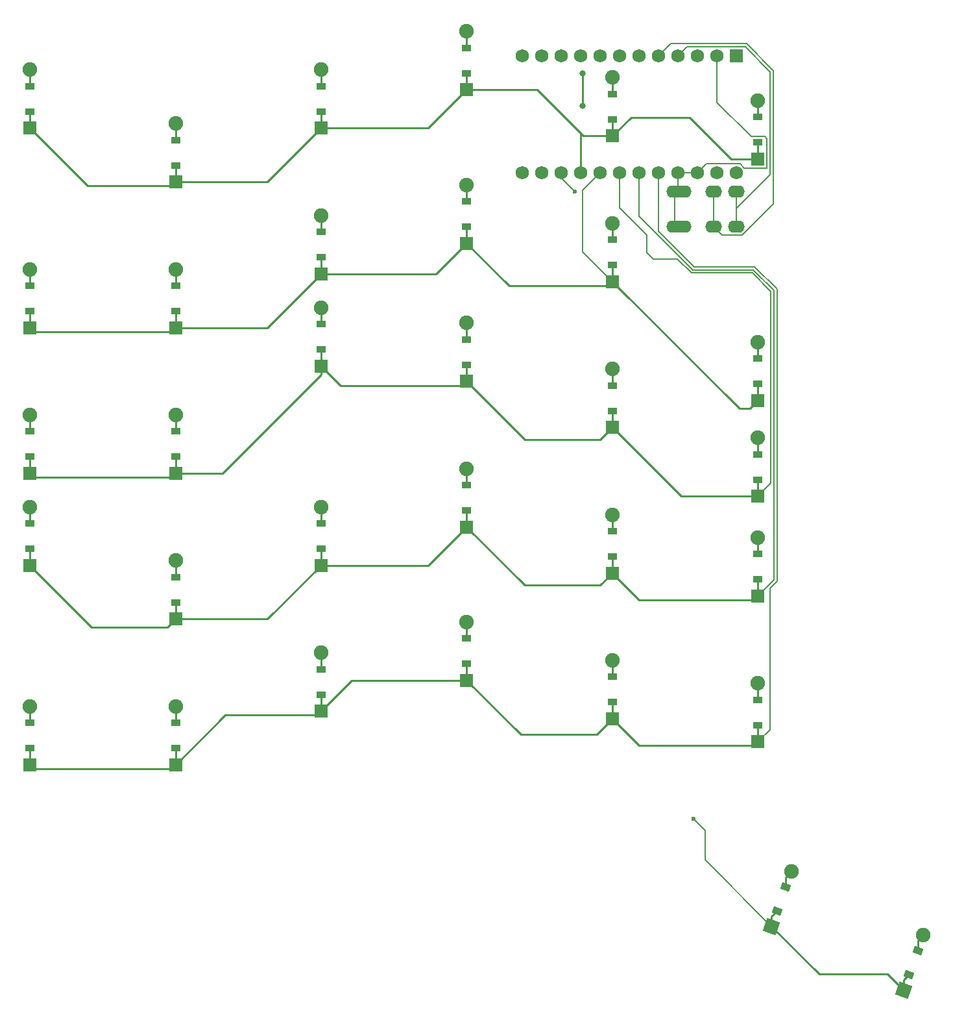
<source format=gtl>
%TF.GenerationSoftware,KiCad,Pcbnew,9.0.6*%
%TF.CreationDate,2025-11-12T16:56:55+01:00*%
%TF.ProjectId,left_finished,6c656674-5f66-4696-9e69-736865642e6b,1*%
%TF.SameCoordinates,Original*%
%TF.FileFunction,Copper,L1,Top*%
%TF.FilePolarity,Positive*%
%FSLAX46Y46*%
G04 Gerber Fmt 4.6, Leading zero omitted, Abs format (unit mm)*
G04 Created by KiCad (PCBNEW 9.0.6) date 2025-11-12 16:56:55*
%MOMM*%
%LPD*%
G01*
G04 APERTURE LIST*
G04 Aperture macros list*
%AMRotRect*
0 Rectangle, with rotation*
0 The origin of the aperture is its center*
0 $1 length*
0 $2 width*
0 $3 Rotation angle, in degrees counterclockwise*
0 Add horizontal line*
21,1,$1,$2,0,0,$3*%
G04 Aperture macros list end*
%TA.AperFunction,ComponentPad*%
%ADD10R,1.778000X1.778000*%
%TD*%
%TA.AperFunction,SMDPad,CuDef*%
%ADD11R,1.200000X0.900000*%
%TD*%
%TA.AperFunction,ComponentPad*%
%ADD12C,1.905000*%
%TD*%
%TA.AperFunction,ComponentPad*%
%ADD13RotRect,1.778000X1.778000X70.000000*%
%TD*%
%TA.AperFunction,SMDPad,CuDef*%
%ADD14RotRect,0.900000X1.200000X70.000000*%
%TD*%
%TA.AperFunction,ComponentPad*%
%ADD15O,2.200000X1.600000*%
%TD*%
%TA.AperFunction,ComponentPad*%
%ADD16R,1.752600X1.752600*%
%TD*%
%TA.AperFunction,ComponentPad*%
%ADD17C,1.752600*%
%TD*%
%TA.AperFunction,ViaPad*%
%ADD18C,0.800000*%
%TD*%
%TA.AperFunction,ViaPad*%
%ADD19C,0.600000*%
%TD*%
%TA.AperFunction,Conductor*%
%ADD20C,0.250000*%
%TD*%
%TA.AperFunction,Conductor*%
%ADD21C,0.200000*%
%TD*%
G04 APERTURE END LIST*
D10*
%TO.P,D18,1*%
%TO.N,P4*%
X242412050Y-147442250D03*
D11*
X242412050Y-145282250D03*
%TO.P,D18,2*%
%TO.N,fifth_home*%
X242412050Y-141982250D03*
D12*
X242412050Y-139822250D03*
%TD*%
D10*
%TO.P,D1,1*%
%TO.N,P2*%
X166412050Y-191442250D03*
D11*
X166412050Y-189282250D03*
%TO.P,D1,2*%
%TO.N,first_mod*%
X166412050Y-185982250D03*
D12*
X166412050Y-183822250D03*
%TD*%
D10*
%TO.P,D11,1*%
%TO.N,P5*%
X204412050Y-127442250D03*
D11*
X204412050Y-125282250D03*
%TO.P,D11,2*%
%TO.N,third_top*%
X204412050Y-121982250D03*
D12*
X204412050Y-119822250D03*
%TD*%
D10*
%TO.P,D24,1*%
%TO.N,P5*%
X261412050Y-143942250D03*
D11*
X261412050Y-141782250D03*
%TO.P,D24,2*%
%TO.N,sixth_top*%
X261412050Y-138482250D03*
D12*
X261412050Y-136322250D03*
%TD*%
D10*
%TO.P,D16,1*%
%TO.N,P2*%
X242412050Y-185442250D03*
D11*
X242412050Y-183282250D03*
%TO.P,D16,2*%
%TO.N,fifth_mod*%
X242412050Y-179982250D03*
D12*
X242412050Y-177822250D03*
%TD*%
D10*
%TO.P,D25,1*%
%TO.N,P4*%
X261412050Y-156442250D03*
D11*
X261412050Y-154282250D03*
%TO.P,D25,2*%
%TO.N,sixth_home*%
X261412050Y-150982250D03*
D12*
X261412050Y-148822250D03*
%TD*%
D10*
%TO.P,D6,1*%
%TO.N,P4*%
X185412050Y-153442250D03*
D11*
X185412050Y-151282250D03*
%TO.P,D6,2*%
%TO.N,second_home*%
X185412050Y-147982250D03*
D12*
X185412050Y-145822250D03*
%TD*%
D10*
%TO.P,D14,1*%
%TO.N,P4*%
X223412050Y-141442250D03*
D11*
X223412050Y-139282250D03*
%TO.P,D14,2*%
%TO.N,fourth_home*%
X223412050Y-135982250D03*
D12*
X223412050Y-133822250D03*
%TD*%
D10*
%TO.P,D13,1*%
%TO.N,P3*%
X223412050Y-160442250D03*
D11*
X223412050Y-158282250D03*
%TO.P,D13,2*%
%TO.N,fourth_bottom*%
X223412050Y-154982250D03*
D12*
X223412050Y-152822250D03*
%TD*%
D10*
%TO.P,D3,1*%
%TO.N,P5*%
X166412050Y-134442250D03*
D11*
X166412050Y-132282250D03*
%TO.P,D3,2*%
%TO.N,first_top*%
X166412050Y-128982250D03*
D12*
X166412050Y-126822250D03*
%TD*%
D10*
%TO.P,D20,1*%
%TO.N,P6*%
X242412050Y-109442250D03*
D11*
X242412050Y-107282250D03*
%TO.P,D20,2*%
%TO.N,fifth_num*%
X242412050Y-103982250D03*
D12*
X242412050Y-101822250D03*
%TD*%
D10*
%TO.P,D28,1*%
%TO.N,P4*%
X204412050Y-139442250D03*
D11*
X204412050Y-137282250D03*
%TO.P,D28,2*%
%TO.N,third_home*%
X204412050Y-133982250D03*
D12*
X204412050Y-131822250D03*
%TD*%
D10*
%TO.P,D10,1*%
%TO.N,P3*%
X204412050Y-165442250D03*
D11*
X204412050Y-163282250D03*
%TO.P,D10,2*%
%TO.N,third_bottom*%
X204412050Y-159982250D03*
D12*
X204412050Y-157822250D03*
%TD*%
D10*
%TO.P,D8,1*%
%TO.N,P6*%
X185412050Y-115442250D03*
D11*
X185412050Y-113282250D03*
%TO.P,D8,2*%
%TO.N,second_num*%
X185412050Y-109982250D03*
D12*
X185412050Y-107822250D03*
%TD*%
D13*
%TO.P,D31,1*%
%TO.N,P7*%
X263191485Y-212519160D03*
D14*
X263930249Y-210489424D03*
%TO.P,D31,2*%
%TO.N,t1_thumb*%
X265058915Y-207388438D03*
D12*
X265797679Y-205358702D03*
%TD*%
D10*
%TO.P,D23,1*%
%TO.N,P6*%
X261412050Y-112442250D03*
D11*
X261412050Y-110282250D03*
%TO.P,D23,2*%
%TO.N,sixth_num*%
X261412050Y-106982250D03*
D12*
X261412050Y-104822250D03*
%TD*%
D10*
%TO.P,D30,1*%
%TO.N,P5*%
X223412050Y-123442250D03*
D11*
X223412050Y-121282250D03*
%TO.P,D30,2*%
%TO.N,fourth_top*%
X223412050Y-117982250D03*
D12*
X223412050Y-115822250D03*
%TD*%
D13*
%TO.P,D32,1*%
%TO.N,P7*%
X280395806Y-220802959D03*
D14*
X281134570Y-218773223D03*
%TO.P,D32,2*%
%TO.N,t2_thumb*%
X282263236Y-215672237D03*
D12*
X283002000Y-213642501D03*
%TD*%
D10*
%TO.P,D7,1*%
%TO.N,P5*%
X185412050Y-134442250D03*
D11*
X185412050Y-132282250D03*
%TO.P,D7,2*%
%TO.N,second_top*%
X185412050Y-128982250D03*
D12*
X185412050Y-126822250D03*
%TD*%
D10*
%TO.P,D21,1*%
%TO.N,P2*%
X261412050Y-188442250D03*
D11*
X261412050Y-186282250D03*
%TO.P,D21,2*%
%TO.N,sixth_mod*%
X261412050Y-182982250D03*
D12*
X261412050Y-180822250D03*
%TD*%
D10*
%TO.P,D27,1*%
%TO.N,P6*%
X166412050Y-108442250D03*
D11*
X166412050Y-106282250D03*
%TO.P,D27,2*%
%TO.N,first_num*%
X166412050Y-102982250D03*
D12*
X166412050Y-100822250D03*
%TD*%
D10*
%TO.P,D17,1*%
%TO.N,P3*%
X242412050Y-166442250D03*
D11*
X242412050Y-164282250D03*
%TO.P,D17,2*%
%TO.N,fifth_bottom*%
X242412050Y-160982250D03*
D12*
X242412050Y-158822250D03*
%TD*%
D10*
%TO.P,D22,1*%
%TO.N,P3*%
X261412050Y-169442250D03*
D11*
X261412050Y-167282250D03*
%TO.P,D22,2*%
%TO.N,sixth_bottom*%
X261412050Y-163982250D03*
D12*
X261412050Y-161822250D03*
%TD*%
D10*
%TO.P,D9,1*%
%TO.N,P2*%
X204412050Y-184442250D03*
D11*
X204412050Y-182282250D03*
%TO.P,D9,2*%
%TO.N,third_mod*%
X204412050Y-178982250D03*
D12*
X204412050Y-176822250D03*
%TD*%
D10*
%TO.P,D29,1*%
%TO.N,P2*%
X223412050Y-180442250D03*
D11*
X223412050Y-178282250D03*
%TO.P,D29,2*%
%TO.N,fourth_mod*%
X223412050Y-174982250D03*
D12*
X223412050Y-172822250D03*
%TD*%
D10*
%TO.P,D12,1*%
%TO.N,P6*%
X204412050Y-108442250D03*
D11*
X204412050Y-106282250D03*
%TO.P,D12,2*%
%TO.N,third_num*%
X204412050Y-102982250D03*
D12*
X204412050Y-100822250D03*
%TD*%
D10*
%TO.P,D19,1*%
%TO.N,P5*%
X242412050Y-128442250D03*
D11*
X242412050Y-126282250D03*
%TO.P,D19,2*%
%TO.N,fifth_top*%
X242412050Y-122982250D03*
D12*
X242412050Y-120822250D03*
%TD*%
D15*
%TO.P,TRRS1,1*%
%TO.N,GND*%
X250512050Y-116682250D03*
X250512050Y-121282250D03*
%TO.P,TRRS1,2*%
X251612050Y-116682250D03*
X251612050Y-121282250D03*
%TO.P,TRRS1,3*%
%TO.N,P21*%
X255612050Y-116682250D03*
X255612050Y-121282250D03*
%TO.P,TRRS1,4*%
%TO.N,VCC*%
X258612050Y-116682250D03*
X258612050Y-121282250D03*
%TD*%
D10*
%TO.P,D5,1*%
%TO.N,P3*%
X185412050Y-172442250D03*
D11*
X185412050Y-170282250D03*
%TO.P,D5,2*%
%TO.N,second_bottom*%
X185412050Y-166982250D03*
D12*
X185412050Y-164822250D03*
%TD*%
D10*
%TO.P,D26,1*%
%TO.N,P3*%
X166412050Y-165442250D03*
D11*
X166412050Y-163282250D03*
%TO.P,D26,2*%
%TO.N,first_bottom*%
X166412050Y-159982250D03*
D12*
X166412050Y-157822250D03*
%TD*%
D10*
%TO.P,D2,1*%
%TO.N,P4*%
X166412050Y-153442250D03*
D11*
X166412050Y-151282250D03*
%TO.P,D2,2*%
%TO.N,first_home*%
X166412050Y-147982250D03*
D12*
X166412050Y-145822250D03*
%TD*%
D16*
%TO.P,MCU1,1*%
%TO.N,RAW*%
X258582050Y-99012250D03*
D17*
%TO.P,MCU1,2*%
%TO.N,GND*%
X256042050Y-99012250D03*
%TO.P,MCU1,3*%
%TO.N,RST*%
X253502050Y-99012250D03*
%TO.P,MCU1,4*%
%TO.N,VCC*%
X250962050Y-99012250D03*
%TO.P,MCU1,5*%
%TO.N,P21*%
X248422050Y-99012250D03*
%TO.P,MCU1,6*%
%TO.N,P20*%
X245882050Y-99012250D03*
%TO.P,MCU1,7*%
%TO.N,P19*%
X243342050Y-99012250D03*
%TO.P,MCU1,8*%
%TO.N,P18*%
X240802050Y-99012250D03*
%TO.P,MCU1,9*%
%TO.N,P15*%
X238262050Y-99012250D03*
%TO.P,MCU1,10*%
%TO.N,P14*%
X235722050Y-99012250D03*
%TO.P,MCU1,11*%
%TO.N,P16*%
X233182050Y-99012250D03*
%TO.P,MCU1,12*%
%TO.N,P10*%
X230642050Y-99012250D03*
%TO.P,MCU1,13*%
%TO.N,P1*%
X258582050Y-114252250D03*
%TO.P,MCU1,14*%
%TO.N,P0*%
X256042050Y-114252250D03*
%TO.P,MCU1,15*%
%TO.N,GND*%
X253502050Y-114252250D03*
%TO.P,MCU1,16*%
X250962050Y-114252250D03*
%TO.P,MCU1,17*%
%TO.N,P2*%
X248422050Y-114252250D03*
%TO.P,MCU1,18*%
%TO.N,P3*%
X245882050Y-114252250D03*
%TO.P,MCU1,19*%
%TO.N,P4*%
X243342050Y-114252250D03*
%TO.P,MCU1,20*%
%TO.N,P5*%
X240802050Y-114252250D03*
%TO.P,MCU1,21*%
%TO.N,P6*%
X238262050Y-114252250D03*
%TO.P,MCU1,22*%
%TO.N,P7*%
X235722050Y-114252250D03*
%TO.P,MCU1,23*%
%TO.N,P8*%
X233182050Y-114252250D03*
%TO.P,MCU1,24*%
%TO.N,P9*%
X230642050Y-114252250D03*
%TD*%
D10*
%TO.P,D15,1*%
%TO.N,P6*%
X223412050Y-103442250D03*
D11*
X223412050Y-101282250D03*
%TO.P,D15,2*%
%TO.N,fourth_num*%
X223412050Y-97982250D03*
D12*
X223412050Y-95822250D03*
%TD*%
D10*
%TO.P,D4,1*%
%TO.N,P2*%
X185412050Y-191442250D03*
D11*
X185412050Y-189282250D03*
%TO.P,D4,2*%
%TO.N,second_mod*%
X185412050Y-185982250D03*
D12*
X185412050Y-183822250D03*
%TD*%
D18*
%TO.N,P18*%
X238500000Y-105500000D03*
X238500000Y-101314300D03*
D19*
%TO.N,P7*%
X237500000Y-116722050D03*
X253000000Y-198500000D03*
%TD*%
D20*
%TO.N,first_mod*%
X166412050Y-183822250D02*
X166412050Y-185982250D01*
%TO.N,first_bottom*%
X166412050Y-159982250D02*
X166412050Y-157822250D01*
%TO.N,first_home*%
X166412050Y-145822250D02*
X166412050Y-147982250D01*
%TO.N,first_top*%
X166412050Y-128982250D02*
X166412050Y-126822250D01*
%TO.N,first_num*%
X166412050Y-100822250D02*
X166412050Y-102982250D01*
%TO.N,second_mod*%
X185412050Y-183822250D02*
X185412050Y-185982250D01*
%TO.N,second_bottom*%
X185412050Y-166982250D02*
X185412050Y-164822250D01*
%TO.N,second_home*%
X185412050Y-147982250D02*
X185412050Y-145822250D01*
%TO.N,second_top*%
X185412050Y-126822250D02*
X185412050Y-128982250D01*
%TO.N,second_num*%
X185412050Y-107822250D02*
X185412050Y-109982250D01*
%TO.N,third_mod*%
X204412050Y-176822250D02*
X204412050Y-178982250D01*
%TO.N,third_bottom*%
X204412050Y-157822250D02*
X204412050Y-159982250D01*
%TO.N,third_home*%
X204412050Y-133982250D02*
X204412050Y-131822250D01*
%TO.N,third_top*%
X204412050Y-121982250D02*
X204412050Y-119822250D01*
%TO.N,third_num*%
X204412050Y-100822250D02*
X204412050Y-102982250D01*
%TO.N,fourth_mod*%
X223412050Y-174982250D02*
X223412050Y-172822250D01*
%TO.N,fourth_bottom*%
X223412050Y-154982250D02*
X223412050Y-152822250D01*
%TO.N,fourth_home*%
X223412050Y-135982250D02*
X223412050Y-133822250D01*
%TO.N,fourth_top*%
X223412050Y-117982250D02*
X223412050Y-115822250D01*
%TO.N,fourth_num*%
X223412050Y-97982250D02*
X223412050Y-95822250D01*
%TO.N,P18*%
X238500000Y-101314300D02*
X238500000Y-105500000D01*
%TO.N,fifth_mod*%
X242412050Y-177822250D02*
X242412050Y-179982250D01*
%TO.N,fifth_bottom*%
X242412050Y-160982250D02*
X242412050Y-158822250D01*
%TO.N,fifth_home*%
X242412050Y-139822250D02*
X242412050Y-141982250D01*
%TO.N,fifth_top*%
X242412050Y-122982250D02*
X242412050Y-120822250D01*
%TO.N,fifth_num*%
X242412050Y-101822250D02*
X242412050Y-103982250D01*
%TO.N,sixth_mod*%
X261412050Y-182982250D02*
X261412050Y-180822250D01*
%TO.N,sixth_bottom*%
X261412050Y-161822250D02*
X261412050Y-163982250D01*
%TO.N,sixth_home*%
X261412050Y-150982250D02*
X261412050Y-148822250D01*
%TO.N,sixth_top*%
X261412050Y-136322250D02*
X261412050Y-138482250D01*
%TO.N,sixth_num*%
X261412050Y-104822250D02*
X261412050Y-106982250D01*
%TO.N,t1_thumb*%
X265058915Y-206097466D02*
X265797679Y-205358702D01*
X265058915Y-207388438D02*
X265058915Y-206097466D01*
%TO.N,t2_thumb*%
X282263236Y-215672237D02*
X282263236Y-214381265D01*
X282263236Y-214381265D02*
X283002000Y-213642501D01*
%TO.N,P2*%
X223412050Y-180442250D02*
X230469800Y-187500000D01*
D21*
X261000000Y-126500000D02*
X263901000Y-129401000D01*
D20*
X223412050Y-180442250D02*
X223412050Y-178282250D01*
X184896050Y-191958250D02*
X185412050Y-191442250D01*
X185412050Y-191442250D02*
X191896050Y-184958250D01*
X204412050Y-184442250D02*
X204412050Y-182282250D01*
X166928050Y-191958250D02*
X184896050Y-191958250D01*
D21*
X248422050Y-114252250D02*
X248422050Y-121863308D01*
X263901000Y-129401000D02*
X263901000Y-167520400D01*
X248422050Y-121863308D02*
X253058742Y-126500000D01*
D20*
X166412050Y-189282250D02*
X166412050Y-191442250D01*
X191896050Y-184958250D02*
X203896050Y-184958250D01*
X203896050Y-184958250D02*
X204412050Y-184442250D01*
D21*
X253058742Y-126500000D02*
X261000000Y-126500000D01*
X263000000Y-186854300D02*
X261412050Y-188442250D01*
D20*
X245928050Y-188958250D02*
X260896050Y-188958250D01*
X242412050Y-185442250D02*
X242412050Y-183282250D01*
X261412050Y-188442250D02*
X261412050Y-186282250D01*
X185412050Y-189282250D02*
X185412050Y-191442250D01*
X223412050Y-180442250D02*
X208412050Y-180442250D01*
X230469800Y-187500000D02*
X240354300Y-187500000D01*
X166412050Y-191442250D02*
X166928050Y-191958250D01*
X208412050Y-180442250D02*
X204412050Y-184442250D01*
X242412050Y-185442250D02*
X245928050Y-188958250D01*
D21*
X263000000Y-168421400D02*
X263000000Y-186854300D01*
D20*
X260896050Y-188958250D02*
X261412050Y-188442250D01*
D21*
X263901000Y-167520400D02*
X263000000Y-168421400D01*
D20*
X240354300Y-187500000D02*
X242412050Y-185442250D01*
D21*
%TO.N,P4*%
X246910150Y-122410150D02*
X246910150Y-124630093D01*
D20*
X191551050Y-153442250D02*
X204412050Y-140581250D01*
X261412050Y-156442250D02*
X261412050Y-154282250D01*
X206969800Y-142000000D02*
X222854300Y-142000000D01*
X242412050Y-147442250D02*
X251412050Y-156442250D01*
X204412050Y-139442250D02*
X204412050Y-137282250D01*
D21*
X263099000Y-154755300D02*
X261412050Y-156442250D01*
D20*
X242412050Y-147442250D02*
X242412050Y-145282250D01*
D21*
X243342050Y-118842050D02*
X246910150Y-122410150D01*
X263099000Y-129733200D02*
X263099000Y-154755300D01*
D20*
X185412050Y-153442250D02*
X185412050Y-151282250D01*
X251412050Y-156442250D02*
X261412050Y-156442250D01*
X222854300Y-142000000D02*
X223412050Y-141442250D01*
X166412050Y-151282250D02*
X166412050Y-153442250D01*
X166412050Y-153442250D02*
X166928050Y-153958250D01*
X223412050Y-141442250D02*
X230969800Y-149000000D01*
D21*
X243342050Y-114252250D02*
X243342050Y-118842050D01*
X246910150Y-124630093D02*
X247780057Y-125500000D01*
D20*
X166928050Y-153958250D02*
X184896050Y-153958250D01*
D21*
X260667800Y-127302000D02*
X263099000Y-129733200D01*
D20*
X240854300Y-149000000D02*
X242412050Y-147442250D01*
X204412050Y-139442250D02*
X206969800Y-142000000D01*
D21*
X247780057Y-125500000D02*
X250924542Y-125500000D01*
D20*
X223412050Y-141442250D02*
X223412050Y-139282250D01*
X204412050Y-140581250D02*
X204412050Y-139442250D01*
D21*
X252726542Y-127302000D02*
X260667800Y-127302000D01*
D20*
X185412050Y-153442250D02*
X191551050Y-153442250D01*
X230969800Y-149000000D02*
X240854300Y-149000000D01*
X184896050Y-153958250D02*
X185412050Y-153442250D01*
D21*
X250924542Y-125500000D02*
X252726542Y-127302000D01*
D20*
%TO.N,P5*%
X242412050Y-128442250D02*
X242412050Y-126282250D01*
X185412050Y-134442250D02*
X185412050Y-132282250D01*
X204412050Y-127442250D02*
X204412050Y-125282250D01*
X166928050Y-134958250D02*
X184896050Y-134958250D01*
X228928050Y-128958250D02*
X223412050Y-123442250D01*
X260354300Y-145000000D02*
X261412050Y-143942250D01*
X219412050Y-127442250D02*
X223412050Y-123442250D01*
X166412050Y-134442250D02*
X166928050Y-134958250D01*
X242442250Y-128442250D02*
X259000000Y-145000000D01*
X261412050Y-143942250D02*
X261412050Y-141782250D01*
X242412050Y-128442250D02*
X242442250Y-128442250D01*
X204412050Y-127442250D02*
X219412050Y-127442250D01*
X184896050Y-134958250D02*
X185412050Y-134442250D01*
X242412050Y-128442250D02*
X241896050Y-128958250D01*
X259000000Y-145000000D02*
X260354300Y-145000000D01*
X166412050Y-134442250D02*
X166412050Y-132282250D01*
X197412050Y-134442250D02*
X204412050Y-127442250D01*
D21*
X238500000Y-116554300D02*
X238500000Y-124530200D01*
D20*
X185412050Y-134442250D02*
X197412050Y-134442250D01*
X241896050Y-128958250D02*
X228928050Y-128958250D01*
X223412050Y-123442250D02*
X223412050Y-121282250D01*
D21*
X240802050Y-114252250D02*
X238500000Y-116554300D01*
X238500000Y-124530200D02*
X242412050Y-128442250D01*
D20*
%TO.N,P3*%
X166412050Y-165442250D02*
X166412050Y-163282250D01*
D21*
X263500000Y-129567100D02*
X263500000Y-167354300D01*
X260833900Y-126901000D02*
X263500000Y-129567100D01*
D20*
X204412050Y-163282250D02*
X204412050Y-165442250D01*
D21*
X245882050Y-119890408D02*
X252892642Y-126901000D01*
D20*
X174469800Y-173500000D02*
X184354300Y-173500000D01*
X230969800Y-168000000D02*
X240854300Y-168000000D01*
D21*
X263500000Y-167354300D02*
X261412050Y-169442250D01*
D20*
X218412050Y-165442250D02*
X223412050Y-160442250D01*
X197412050Y-172442250D02*
X204412050Y-165442250D01*
X223412050Y-160442250D02*
X230969800Y-168000000D01*
D21*
X245882050Y-114252250D02*
X245882050Y-119890408D01*
X252892642Y-126901000D02*
X260833900Y-126901000D01*
D20*
X260896050Y-169958250D02*
X261412050Y-169442250D01*
X184354300Y-173500000D02*
X185412050Y-172442250D01*
X245928050Y-169958250D02*
X260896050Y-169958250D01*
X242412050Y-166442250D02*
X245928050Y-169958250D01*
X261412050Y-169442250D02*
X261412050Y-167282250D01*
X204412050Y-165442250D02*
X218412050Y-165442250D01*
X223412050Y-160442250D02*
X223412050Y-158282250D01*
X242412050Y-166442250D02*
X242412050Y-164282250D01*
X166412050Y-165442250D02*
X174469800Y-173500000D01*
X240854300Y-168000000D02*
X242412050Y-166442250D01*
X185412050Y-172442250D02*
X185412050Y-170282250D01*
X185412050Y-172442250D02*
X197412050Y-172442250D01*
%TO.N,P6*%
X252506250Y-107006250D02*
X257942250Y-112442250D01*
X238625115Y-109442250D02*
X242412050Y-109442250D01*
X238262050Y-109079185D02*
X238262050Y-114252250D01*
X242412050Y-109442250D02*
X244848050Y-107006250D01*
X232625115Y-103442250D02*
X238262050Y-109079185D01*
X204412050Y-108442250D02*
X204412050Y-106282250D01*
X242412050Y-107282250D02*
X242412050Y-109442250D01*
X166412050Y-106282250D02*
X166412050Y-108442250D01*
X257942250Y-112442250D02*
X261412050Y-112442250D01*
X244848050Y-107006250D02*
X252506250Y-107006250D01*
X218412050Y-108442250D02*
X223412050Y-103442250D01*
X185412050Y-115442250D02*
X197412050Y-115442250D01*
X238262050Y-109079185D02*
X238625115Y-109442250D01*
X184896050Y-115958250D02*
X185412050Y-115442250D01*
X173928050Y-115958250D02*
X184896050Y-115958250D01*
X185412050Y-113282250D02*
X185412050Y-115442250D01*
X223412050Y-103442250D02*
X232625115Y-103442250D01*
X204412050Y-108442250D02*
X218412050Y-108442250D01*
X261412050Y-110282250D02*
X261412050Y-112442250D01*
X223412050Y-103442250D02*
X223412050Y-101282250D01*
X166412050Y-108442250D02*
X173928050Y-115958250D01*
X197412050Y-115442250D02*
X204412050Y-108442250D01*
%TO.N,P7*%
X280395806Y-219511987D02*
X281134570Y-218773223D01*
D21*
X254500000Y-200000000D02*
X254500000Y-203827675D01*
D20*
X269405545Y-218733220D02*
X278326067Y-218733220D01*
D21*
X235722050Y-114252250D02*
X235722050Y-114944100D01*
X235722050Y-114944100D02*
X237500000Y-116722050D01*
D20*
X278326067Y-218733220D02*
X280395806Y-220802959D01*
X280395806Y-220802959D02*
X280395806Y-219511987D01*
X263191485Y-212519160D02*
X263191485Y-211228188D01*
D21*
X253000000Y-198500000D02*
X254500000Y-200000000D01*
X254500000Y-203827675D02*
X263191485Y-212519160D01*
D20*
X263191485Y-212519160D02*
X269405545Y-218733220D01*
X263191485Y-211228188D02*
X263930249Y-210489424D01*
D21*
%TO.N,GND*%
X250512050Y-116682250D02*
X250512050Y-121282250D01*
X256042050Y-105062250D02*
X260511050Y-109531250D01*
X259627004Y-113632250D02*
X259069704Y-113074950D01*
X262602050Y-113632250D02*
X259627004Y-113632250D01*
X262313050Y-109531250D02*
X262602050Y-109820250D01*
X260511050Y-109531250D02*
X262313050Y-109531250D01*
X250962050Y-114252250D02*
X250962050Y-116232250D01*
X253502050Y-114252250D02*
X250962050Y-114252250D01*
X256042050Y-99012250D02*
X256042050Y-105062250D01*
X262602050Y-109820250D02*
X262602050Y-113632250D01*
X250962050Y-116232250D02*
X250512050Y-116682250D01*
X259069704Y-113074950D02*
X254679350Y-113074950D01*
X254679350Y-113074950D02*
X253502050Y-114252250D01*
%TO.N,VCC*%
X258612050Y-118887950D02*
X263003050Y-114496950D01*
X263003050Y-114496950D02*
X263003050Y-101078650D01*
X258612050Y-121282250D02*
X258612050Y-118887950D01*
X252139350Y-97834950D02*
X250962050Y-99012250D01*
X259759350Y-97834950D02*
X252139350Y-97834950D01*
X263003050Y-101078650D02*
X259759350Y-97834950D01*
X258612050Y-121282250D02*
X258612050Y-116682250D01*
%TO.N,P21*%
X255612050Y-121282250D02*
X256713050Y-122383250D01*
X259368099Y-122383250D02*
X263404050Y-118347299D01*
X263404050Y-118347299D02*
X263404050Y-100912550D01*
X256713050Y-122383250D02*
X259368099Y-122383250D01*
X263404050Y-100912550D02*
X259925450Y-97433950D01*
X259925450Y-97433950D02*
X250000350Y-97433950D01*
X250000350Y-97433950D02*
X248422050Y-99012250D01*
X255612050Y-121282250D02*
X255612050Y-116682250D01*
%TD*%
M02*

</source>
